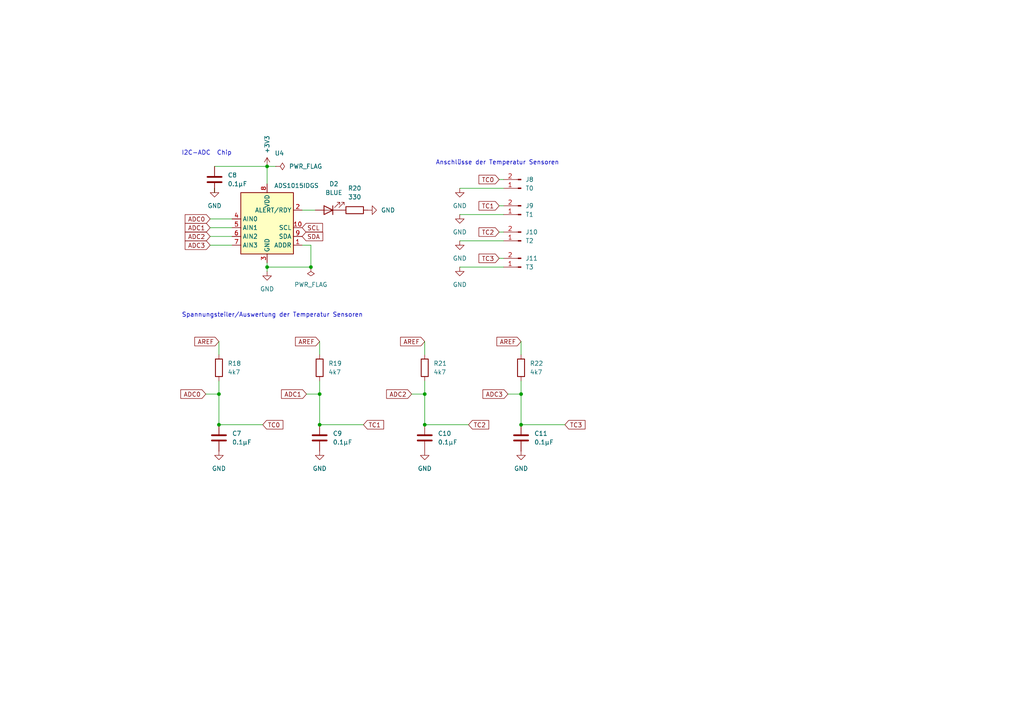
<source format=kicad_sch>
(kicad_sch (version 20231120) (generator "eeschema") (generator_version "8.0")
  (paper "A4")
  (lib_symbols
    (symbol "Analog_ADC:ADS1015IDGS"
      (property "Reference" "U" (at 2.54 13.97 0))
      (property "Value" "ADS1015IDGS" (at 7.62 11.43 0))
      (symbol "ADS1015IDGS_0_1"
        (rectangle (start -7.62 10.16) (end 7.62 -7.62) (stroke (width 0.254)) (fill (type background)))
      )
      (symbol "ADS1015IDGS_1_1"
        (pin input line (at 10.16 -5.08 180) (length 2.54) (name "ADDR") (number "1"))
        (pin input line (at 10.16 0 180) (length 2.54) (name "SCL") (number "10"))
        (pin output line (at 10.16 5.08 180) (length 2.54) (name "ALERT/RDY") (number "2"))
        (pin power_in line (at 0 -10.16 90) (length 2.54) (name "GND") (number "3"))
        (pin input line (at -10.16 2.54 0) (length 2.54) (name "AIN0") (number "4"))
        (pin input line (at -10.16 0 0) (length 2.54) (name "AIN1") (number "5"))
        (pin input line (at -10.16 -2.54 0) (length 2.54) (name "AIN2") (number "6"))
        (pin input line (at -10.16 -5.08 0) (length 2.54) (name "AIN3") (number "7"))
        (pin power_in line (at 0 12.7 270) (length 2.54) (name "VDD") (number "8"))
        (pin bidirectional line (at 10.16 -2.54 180) (length 2.54) (name "SDA") (number "9"))
      )
    )
    (symbol "Connector:Conn_01x02_Male" (pin_names (offset 1.016) hide)
      (property "Reference" "J" (at 0 2.54 0))
      (property "Value" "Conn_01x02_Male" (at 0 -5.08 0))
      (symbol "Conn_01x02_Male_1_1"
        (polyline (pts (xy 1.27 -2.54) (xy 0.8636 -2.54)) (stroke (width 0.1524)))
        (polyline (pts (xy 1.27 0) (xy 0.8636 0)) (stroke (width 0.1524)))
        (rectangle (start 0.8636 -2.413) (end 0 -2.667) (stroke (width 0.1524)) (fill (type outline)))
        (rectangle (start 0.8636 0.127) (end 0 -0.127) (stroke (width 0.1524)) (fill (type outline)))
        (pin passive line (at 5.08 0 180) (length 3.81) (name "Pin_1") (number "1"))
        (pin passive line (at 5.08 -2.54 180) (length 3.81) (name "Pin_2") (number "2"))
      )
    )
    (symbol "Device:C" (pin_numbers hide) (pin_names (offset 0.254))
      (property "Reference" "C" (at 0.635 2.54 0))
      (property "Value" "C" (at 0.635 -2.54 0))
      (symbol "C_0_1"
        (polyline (pts (xy -2.032 -0.762) (xy 2.032 -0.762)) (stroke (width 0.508)))
        (polyline (pts (xy -2.032 0.762) (xy 2.032 0.762)) (stroke (width 0.508)))
      )
      (symbol "C_1_1"
        (pin passive line (at 0 3.81 270) (length 2.794) (name "~") (number "1"))
        (pin passive line (at 0 -3.81 90) (length 2.794) (name "~") (number "2"))
      )
    )
    (symbol "Device:LED" (pin_numbers hide) (pin_names (offset 1.016) hide)
      (property "Reference" "D" (at 0 2.54 0))
      (property "Value" "LED" (at 0 -2.54 0))
      (symbol "LED_0_1"
        (polyline (pts (xy -1.27 -1.27) (xy -1.27 1.27)) (stroke (width 0.254)))
        (polyline (pts (xy -1.27 0) (xy 1.27 0)))
        (polyline (pts (xy 1.27 -1.27) (xy 1.27 1.27) (xy -1.27 0) (xy 1.27 -1.27)) (stroke (width 0.254)))
        (polyline (pts (xy -3.048 -0.762) (xy -4.572 -2.286) (xy -3.81 -2.286) (xy -4.572 -2.286) (xy -4.572 -1.524)))
        (polyline (pts (xy -1.778 -0.762) (xy -3.302 -2.286) (xy -2.54 -2.286) (xy -3.302 -2.286) (xy -3.302 -1.524)))
      )
      (symbol "LED_1_1"
        (pin passive line (at -3.81 0 0) (length 2.54) (name "K") (number "1"))
        (pin passive line (at 3.81 0 180) (length 2.54) (name "A") (number "2"))
      )
    )
    (symbol "Device:R" (pin_numbers hide) (pin_names (offset 0))
      (property "Reference" "R" (at 2.032 0 90))
      (property "Value" "R" (at 0 0 90))
      (symbol "R_0_1"
        (rectangle (start -1.016 -2.54) (end 1.016 2.54) (stroke (width 0.254)))
      )
      (symbol "R_1_1"
        (pin passive line (at 0 3.81 270) (length 1.27) (name "~") (number "1"))
        (pin passive line (at 0 -3.81 90) (length 1.27) (name "~") (number "2"))
      )
    )
    (symbol "power:+3V3" (power) (pin_numbers hide) (pin_names (offset 0) hide)
      (property "Value" "+3V3" (at 0 3.556 0))
      (symbol "+3V3_0_1"
        (polyline (pts (xy -0.762 1.27) (xy 0 2.54)))
        (polyline (pts (xy 0 0) (xy 0 2.54)))
        (polyline (pts (xy 0 2.54) (xy 0.762 1.27)))
      )
      (symbol "+3V3_1_1"
        (pin power_in line (at 0 0 90) (length 0) (name "~") (number "1"))
      )
    )
    (symbol "power:GND" (power) (pin_numbers hide) (pin_names (offset 0) hide)
      (property "Value" "GND" (at 0 -3.81 0))
      (symbol "GND_0_1"
        (polyline (pts (xy 0 0) (xy 0 -1.27) (xy 1.27 -1.27) (xy 0 -2.54) (xy -1.27 -1.27) (xy 0 -1.27)))
      )
      (symbol "GND_1_1"
        (pin power_in line (at 0 0 270) (length 0) (name "~") (number "1"))
      )
    )
    (symbol "power:PWR_FLAG" (power) (pin_numbers hide) (pin_names (offset 0) hide)
      (property "Value" "PWR_FLAG" (at 0 3.81 0))
      (symbol "PWR_FLAG_0_0"
        (pin power_out line (at 0 0 90) (length 0) (name "~") (number "1"))
      )
      (symbol "PWR_FLAG_0_1"
        (polyline (pts (xy 0 0) (xy 0 1.27) (xy -1.016 1.905) (xy 0 2.54) (xy 1.016 1.905) (xy 0 1.27)))
      )
    )
  )
  (junction (at 151.13 123.19))
  (junction (at 77.47 48.26))
  (junction (at 123.19 114.3))
  (junction (at 77.47 77.47))
  (junction (at 92.71 123.19))
  (junction (at 123.19 123.19))
  (junction (at 92.71 114.3))
  (junction (at 90.17 77.47))
  (junction (at 151.13 114.3))
  (junction (at 63.5 123.19))
  (junction (at 63.5 114.3))
  (wire (pts (xy 92.71 123.19) (xy 92.71 114.3)))
  (wire (pts (xy 123.19 114.3) (xy 119.38 114.3)))
  (wire (pts (xy 144.78 67.31) (xy 146.05 67.31)))
  (wire (pts (xy 92.71 123.19) (xy 105.41 123.19)))
  (wire (pts (xy 92.71 114.3) (xy 88.9 114.3)))
  (wire (pts (xy 60.96 71.12) (xy 67.31 71.12)))
  (wire (pts (xy 123.19 114.3) (xy 123.19 110.49)))
  (wire (pts (xy 60.96 68.58) (xy 67.31 68.58)))
  (wire (pts (xy 133.35 54.61) (xy 146.05 54.61)))
  (wire (pts (xy 133.35 62.23) (xy 146.05 62.23)))
  (wire (pts (xy 63.5 110.49) (xy 63.5 114.3)))
  (wire (pts (xy 123.19 123.19) (xy 135.89 123.19)))
  (wire (pts (xy 92.71 110.49) (xy 92.71 114.3)))
  (wire (pts (xy 62.23 55.88) (xy 62.23 54.61)))
  (wire (pts (xy 77.47 48.26) (xy 77.47 53.34)))
  (wire (pts (xy 92.71 99.06) (xy 92.71 102.87)))
  (wire (pts (xy 77.47 48.26) (xy 62.23 48.26)))
  (wire (pts (xy 77.47 78.74) (xy 77.47 77.47)))
  (wire (pts (xy 151.13 99.06) (xy 151.13 102.87)))
  (wire (pts (xy 77.47 77.47) (xy 90.17 77.47)))
  (wire (pts (xy 60.96 63.5) (xy 67.31 63.5)))
  (wire (pts (xy 151.13 123.19) (xy 163.83 123.19)))
  (wire (pts (xy 77.47 77.47) (xy 77.47 76.2)))
  (wire (pts (xy 144.78 59.69) (xy 146.05 59.69)))
  (wire (pts (xy 144.78 74.93) (xy 146.05 74.93)))
  (wire (pts (xy 151.13 123.19) (xy 151.13 114.3)))
  (wire (pts (xy 87.63 60.96) (xy 91.44 60.96)))
  (wire (pts (xy 80.01 48.26) (xy 77.47 48.26)))
  (wire (pts (xy 63.5 99.06) (xy 63.5 102.87)))
  (wire (pts (xy 133.35 77.47) (xy 146.05 77.47)))
  (wire (pts (xy 60.96 66.04) (xy 67.31 66.04)))
  (wire (pts (xy 87.63 71.12) (xy 90.17 71.12)))
  (wire (pts (xy 133.35 69.85) (xy 146.05 69.85)))
  (wire (pts (xy 123.19 99.06) (xy 123.19 102.87)))
  (wire (pts (xy 63.5 114.3) (xy 59.69 114.3)))
  (wire (pts (xy 63.5 123.19) (xy 63.5 114.3)))
  (wire (pts (xy 151.13 110.49) (xy 151.13 114.3)))
  (wire (pts (xy 144.78 52.07) (xy 146.05 52.07)))
  (wire (pts (xy 123.19 123.19) (xy 123.19 114.3)))
  (wire (pts (xy 90.17 71.12) (xy 90.17 77.47)))
  (wire (pts (xy 63.5 123.19) (xy 76.2 123.19)))
  (wire (pts (xy 151.13 114.3) (xy 147.32 114.3)))
  (text "Anschlüsse der Temperatur Sensoren\n" (at 144.272 47.244 0) (effects (font (size 1.27 1.27))))
  (text "I2C-ADC  Chip\n" (at 59.944 44.45 0) (effects (font (size 1.27 1.27))))
  (text "Spannungsteiler/Auswertung der Temperatur Sensoren\n" (at 78.994 91.44 0) (effects (font (size 1.27 1.27))))
  (global_label "ADC1" (shape input) (at 88.9 114.3 180) (property "Intersheetrefs" "${INTERSHEET_REFS}" (effects (hide yes))))
  (global_label "ADC2" (shape input) (at 60.96 68.58 180) (property "Intersheetrefs" "${INTERSHEET_REFS}" (effects (hide yes))))
  (global_label "ADC3" (shape input) (at 147.32 114.3 180) (property "Intersheetrefs" "${INTERSHEET_REFS}" (effects (hide yes))))
  (global_label "AREF" (shape input) (at 123.19 99.06 180) (property "Intersheetrefs" "${INTERSHEET_REFS}" (effects (hide yes))))
  (global_label "TC0" (shape input) (at 144.78 52.07 180) (property "Intersheetrefs" "${INTERSHEET_REFS}" (effects (hide yes))))
  (global_label "AREF" (shape input) (at 63.5 99.06 180) (property "Intersheetrefs" "${INTERSHEET_REFS}" (effects (hide yes))))
  (global_label "TC0" (shape input) (at 76.2 123.19 0) (property "Intersheetrefs" "${INTERSHEET_REFS}" (effects (hide yes))))
  (global_label "TC1" (shape input) (at 144.78 59.69 180) (property "Intersheetrefs" "${INTERSHEET_REFS}" (effects (hide yes))))
  (global_label "SDA" (shape input) (at 87.63 68.58 0) (property "Intersheetrefs" "${INTERSHEET_REFS}" (effects (hide yes))))
  (global_label "ADC3" (shape input) (at 60.96 71.12 180) (property "Intersheetrefs" "${INTERSHEET_REFS}" (effects (hide yes))))
  (global_label "AREF" (shape input) (at 151.13 99.06 180) (property "Intersheetrefs" "${INTERSHEET_REFS}" (effects (hide yes))))
  (global_label "ADC0" (shape input) (at 60.96 63.5 180) (property "Intersheetrefs" "${INTERSHEET_REFS}" (effects (hide yes))))
  (global_label "TC3" (shape input) (at 163.83 123.19 0) (property "Intersheetrefs" "${INTERSHEET_REFS}" (effects (hide yes))))
  (global_label "TC3" (shape input) (at 144.78 74.93 180) (property "Intersheetrefs" "${INTERSHEET_REFS}" (effects (hide yes))))
  (global_label "ADC0" (shape input) (at 59.69 114.3 180) (property "Intersheetrefs" "${INTERSHEET_REFS}" (effects (hide yes))))
  (global_label "ADC2" (shape input) (at 119.38 114.3 180) (property "Intersheetrefs" "${INTERSHEET_REFS}" (effects (hide yes))))
  (global_label "TC1" (shape input) (at 105.41 123.19 0) (property "Intersheetrefs" "${INTERSHEET_REFS}" (effects (hide yes))))
  (global_label "TC2" (shape input) (at 135.89 123.19 0) (property "Intersheetrefs" "${INTERSHEET_REFS}" (effects (hide yes))))
  (global_label "ADC1" (shape input) (at 60.96 66.04 180) (property "Intersheetrefs" "${INTERSHEET_REFS}" (effects (hide yes))))
  (global_label "AREF" (shape input) (at 92.71 99.06 180) (property "Intersheetrefs" "${INTERSHEET_REFS}" (effects (hide yes))))
  (global_label "SCL" (shape input) (at 87.63 66.04 0) (property "Intersheetrefs" "${INTERSHEET_REFS}" (effects (hide yes))))
  (global_label "TC2" (shape input) (at 144.78 67.31 180) (property "Intersheetrefs" "${INTERSHEET_REFS}" (effects (hide yes))))
  (symbol (lib_id "power:GND") (at 77.47 78.74 0) (unit 1)
    (property "Reference" "#PWR042" (effects (hide yes)))
    (property "Value" "GND" (at 77.47 83.82 0))
    (property "Description" "Power symbol creates a global label with name \"GND\" , ground" (effects (hide yes)))
  )
  (symbol (lib_id "Connector:Conn_01x02_Male") (at 151.13 69.85 180) (unit 1)
    (property "Reference" "J10" (at 152.4 67.3099 0) (effects (justify right)))
    (property "Value" "T2" (at 152.4 69.8499 0) (effects (justify right)))
    (property "Footprint" "Connector_PinHeader_2.54mm:PinHeader_1x02_P2.54mm_Horizontal" (effects (hide yes)))
    (property "Description" "Generic connector, single row, 01x02, script generated (kicad-library-utils/schlib/autogen/connector/)" (effects (hide yes)))
  )
  (symbol (lib_id "Device:C") (at 63.5 127 0) (unit 1)
    (property "Reference" "C7" (at 67.31 125.7299 0) (effects (justify left)))
    (property "Value" "0.1µF" (at 67.31 128.2699 0) (effects (justify left)))
    (property "Footprint" "Capacitor_SMD:C_0402_1005Metric" (effects (hide yes)))
    (property "Description" "Unpolarized capacitor" (effects (hide yes)))
  )
  (symbol (lib_id "power:PWR_FLAG") (at 80.01 48.26 270) (unit 1)
    (property "Reference" "#FLG03" (effects (hide yes)))
    (property "Value" "PWR_FLAG" (at 83.82 48.2599 90) (effects (justify left)))
    (property "Description" "Special symbol for telling ERC where power comes from" (effects (hide yes)))
  )
  (symbol (lib_id "Device:C") (at 62.23 52.07 0) (unit 1)
    (property "Reference" "C8" (at 66.04 50.7999 0) (effects (justify left)))
    (property "Value" "0.1µF" (at 66.04 53.3399 0) (effects (justify left)))
    (property "Footprint" "Capacitor_SMD:C_0402_1005Metric" (effects (hide yes)))
    (property "Description" "Unpolarized capacitor" (effects (hide yes)))
  )
  (symbol (lib_id "power:GND") (at 106.68 60.96 90) (unit 1)
    (property "Reference" "#PWR044" (effects (hide yes)))
    (property "Value" "GND" (at 110.49 60.9599 90) (effects (justify right)))
    (property "Description" "Power symbol creates a global label with name \"GND\" , ground" (effects (hide yes)))
  )
  (symbol (lib_id "Connector:Conn_01x02_Male") (at 151.13 54.61 180) (unit 1)
    (property "Reference" "J8" (at 152.4 52.0699 0) (effects (justify right)))
    (property "Value" "T0" (at 152.4 54.6099 0) (effects (justify right)))
    (property "Footprint" "Connector_PinHeader_2.54mm:PinHeader_1x02_P2.54mm_Horizontal" (effects (hide yes)))
    (property "Description" "Generic connector, single row, 01x02, script generated (kicad-library-utils/schlib/autogen/connector/)" (effects (hide yes)))
  )
  (symbol (lib_id "Device:R") (at 151.13 106.68 0) (unit 1)
    (property "Reference" "R22" (at 153.67 105.4099 0) (effects (justify left)))
    (property "Value" "4k7" (at 153.67 107.9499 0) (effects (justify left)))
    (property "Footprint" "Resistor_SMD:R_0402_1005Metric" (effects (hide yes)))
    (property "Description" "Resistor" (effects (hide yes)))
  )
  (symbol (lib_id "Device:C") (at 123.19 127 0) (unit 1)
    (property "Reference" "C10" (at 127 125.7299 0) (effects (justify left)))
    (property "Value" "0.1µF" (at 127 128.2699 0) (effects (justify left)))
    (property "Footprint" "Capacitor_SMD:C_0402_1005Metric" (effects (hide yes)))
    (property "Description" "Unpolarized capacitor" (effects (hide yes)))
  )
  (symbol (lib_id "power:PWR_FLAG") (at 90.17 77.47 180) (unit 1)
    (property "Reference" "#FLG04" (effects (hide yes)))
    (property "Value" "PWR_FLAG" (at 90.17 82.55 0))
    (property "Description" "Special symbol for telling ERC where power comes from" (effects (hide yes)))
  )
  (symbol (lib_id "Connector:Conn_01x02_Male") (at 151.13 62.23 180) (unit 1)
    (property "Reference" "J9" (at 152.4 59.6899 0) (effects (justify right)))
    (property "Value" "T1" (at 152.4 62.2299 0) (effects (justify right)))
    (property "Footprint" "Connector_PinHeader_2.54mm:PinHeader_1x02_P2.54mm_Horizontal" (effects (hide yes)))
    (property "Description" "Generic connector, single row, 01x02, script generated (kicad-library-utils/schlib/autogen/connector/)" (effects (hide yes)))
  )
  (symbol (lib_id "Device:C") (at 151.13 127 0) (unit 1)
    (property "Reference" "C11" (at 154.94 125.7299 0) (effects (justify left)))
    (property "Value" "0.1µF" (at 154.94 128.2699 0) (effects (justify left)))
    (property "Footprint" "Capacitor_SMD:C_0402_1005Metric" (effects (hide yes)))
    (property "Description" "Unpolarized capacitor" (effects (hide yes)))
  )
  (symbol (lib_id "Device:R") (at 123.19 106.68 0) (unit 1)
    (property "Reference" "R21" (at 125.73 105.4099 0) (effects (justify left)))
    (property "Value" "4k7" (at 125.73 107.9499 0) (effects (justify left)))
    (property "Footprint" "Resistor_SMD:R_0402_1005Metric" (effects (hide yes)))
    (property "Description" "Resistor" (effects (hide yes)))
  )
  (symbol (lib_id "power:+3V3") (at 77.47 48.26 0) (unit 1)
    (property "Reference" "#PWR038" (effects (hide yes)))
    (property "Value" "+3V3" (at 77.47 41.91 90))
    (property "Description" "Power symbol creates a global label with name \"+3V3\"" (effects (hide yes)))
  )
  (symbol (lib_id "Device:LED") (at 95.25 60.96 180) (unit 1)
    (property "Reference" "D2" (at 96.8375 53.34 0))
    (property "Value" "BLUE" (at 96.8375 55.88 0))
    (property "Footprint" "LED_SMD:LED_0805_2012Metric" (effects (hide yes)))
    (property "Description" "Light emitting diode" (effects (hide yes)))
  )
  (symbol (lib_id "power:GND") (at 133.35 69.85 0) (unit 1)
    (property "Reference" "#PWR049" (effects (hide yes)))
    (property "Value" "GND" (at 133.35 74.93 0))
    (property "Description" "Power symbol creates a global label with name \"GND\" , ground" (effects (hide yes)))
  )
  (symbol (lib_id "Device:R") (at 102.87 60.96 270) (unit 1)
    (property "Reference" "R20" (at 102.87 54.61 90))
    (property "Value" "330" (at 102.87 57.15 90))
    (property "Footprint" "Resistor_SMD:R_0402_1005Metric" (effects (hide yes)))
    (property "Description" "Resistor" (effects (hide yes)))
  )
  (symbol (lib_id "power:GND") (at 133.35 77.47 0) (unit 1)
    (property "Reference" "#PWR050" (effects (hide yes)))
    (property "Value" "GND" (at 133.35 82.55 0))
    (property "Description" "Power symbol creates a global label with name \"GND\" , ground" (effects (hide yes)))
  )
  (symbol (lib_id "power:GND") (at 62.23 54.61 0) (unit 1)
    (property "Reference" "#PWR040" (effects (hide yes)))
    (property "Value" "GND" (at 62.23 59.69 0))
    (property "Description" "Power symbol creates a global label with name \"GND\" , ground" (effects (hide yes)))
  )
  (symbol (lib_id "Device:R") (at 63.5 106.68 0) (unit 1)
    (property "Reference" "R18" (at 66.04 105.4099 0) (effects (justify left)))
    (property "Value" "4k7" (at 66.04 107.9499 0) (effects (justify left)))
    (property "Footprint" "Resistor_SMD:R_0402_1005Metric" (effects (hide yes)))
    (property "Description" "Resistor" (effects (hide yes)))
  )
  (symbol (lib_id "Device:R") (at 92.71 106.68 0) (unit 1)
    (property "Reference" "R19" (at 95.25 105.4099 0) (effects (justify left)))
    (property "Value" "4k7" (at 95.25 107.9499 0) (effects (justify left)))
    (property "Footprint" "Resistor_SMD:R_0402_1005Metric" (effects (hide yes)))
    (property "Description" "Resistor" (effects (hide yes)))
  )
  (symbol (lib_id "Connector:Conn_01x02_Male") (at 151.13 77.47 180) (unit 1)
    (property "Reference" "J11" (at 152.4 74.9299 0) (effects (justify right)))
    (property "Value" "T3" (at 152.4 77.4699 0) (effects (justify right)))
    (property "Footprint" "Connector_PinHeader_2.54mm:PinHeader_1x02_P2.54mm_Horizontal" (effects (hide yes)))
    (property "Description" "Generic connector, single row, 01x02, script generated (kicad-library-utils/schlib/autogen/connector/)" (effects (hide yes)))
  )
  (symbol (lib_id "power:GND") (at 133.35 54.61 0) (unit 1)
    (property "Reference" "#PWR047" (effects (hide yes)))
    (property "Value" "GND" (at 133.35 59.69 0))
    (property "Description" "Power symbol creates a global label with name \"GND\" , ground" (effects (hide yes)))
  )
  (symbol (lib_id "Analog_ADC:ADS1015IDGS") (at 77.47 66.04 0) (unit 1)
    (property "Reference" "U4" (at 79.6641 44.45 0) (effects (justify left)))
    (property "Value" "ADS1015IDGS" (at 79.502 53.848 0) (effects (justify left)))
    (property "Footprint" "Package_SO:TSSOP-10_3x3mm_P0.5mm" (effects (hide yes)))
    (property "Datasheet" "http://www.ti.com/lit/ds/symlink/ads1015.pdf" (effects (hide yes)))
    (property "Description" "Ultra-Small, Low-Power, I2C-Compatible, 3.3-kSPS, 12-Bit ADCs With Internal Reference, Oscillator, and Programmable Comparator, VSSOP-10" (effects (hide yes)))
  )
  (symbol (lib_id "Device:C") (at 92.71 127 0) (unit 1)
    (property "Reference" "C9" (at 96.52 125.7299 0) (effects (justify left)))
    (property "Value" "0.1µF" (at 96.52 128.2699 0) (effects (justify left)))
    (property "Footprint" "Capacitor_SMD:C_0402_1005Metric" (effects (hide yes)))
    (property "Description" "Unpolarized capacitor" (effects (hide yes)))
  )
  (symbol (lib_id "power:GND") (at 63.5 130.81 0) (unit 1)
    (property "Reference" "#PWR039" (effects (hide yes)))
    (property "Value" "GND" (at 63.5 135.89 0))
    (property "Description" "Power symbol creates a global label with name \"GND\" , ground" (effects (hide yes)))
  )
  (symbol (lib_id "power:GND") (at 151.13 130.81 0) (unit 1)
    (property "Reference" "#PWR046" (effects (hide yes)))
    (property "Value" "GND" (at 151.13 135.89 0))
    (property "Description" "Power symbol creates a global label with name \"GND\" , ground" (effects (hide yes)))
  )
  (symbol (lib_id "power:GND") (at 123.19 130.81 0) (unit 1)
    (property "Reference" "#PWR045" (effects (hide yes)))
    (property "Value" "GND" (at 123.19 135.89 0))
    (property "Description" "Power symbol creates a global label with name \"GND\" , ground" (effects (hide yes)))
  )
  (symbol (lib_id "power:GND") (at 92.71 130.81 0) (unit 1)
    (property "Reference" "#PWR043" (effects (hide yes)))
    (property "Value" "GND" (at 92.71 135.89 0))
    (property "Description" "Power symbol creates a global label with name \"GND\" , ground" (effects (hide yes)))
  )
  (symbol (lib_id "power:GND") (at 133.35 62.23 0) (unit 1)
    (property "Reference" "#PWR048" (effects (hide yes)))
    (property "Value" "GND" (at 133.35 67.31 0))
    (property "Description" "Power symbol creates a global label with name \"GND\" , ground" (effects (hide yes)))
  )
)
</source>
